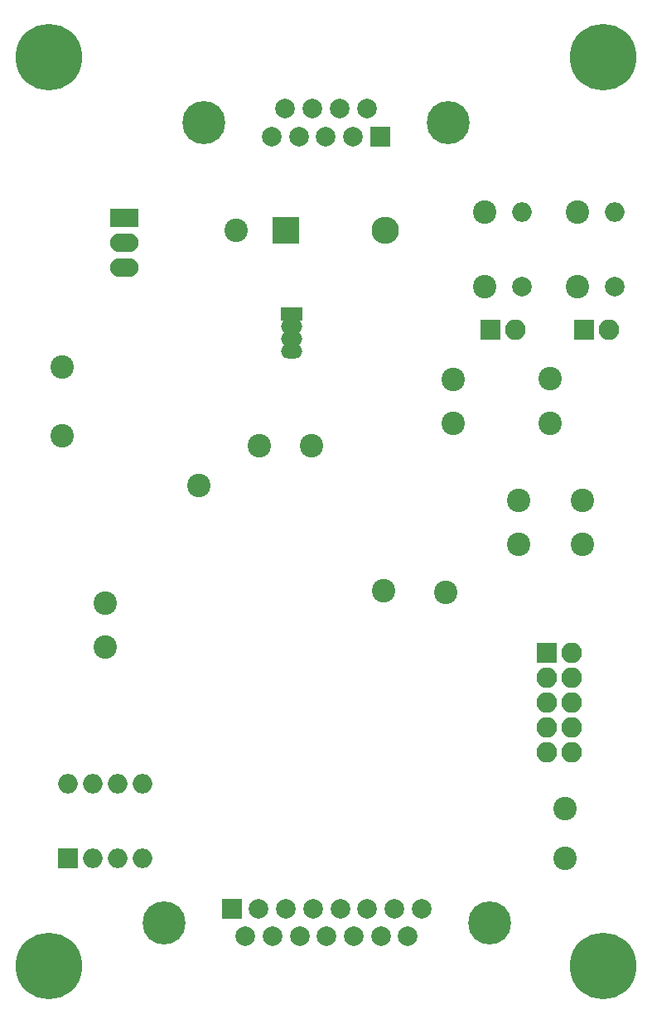
<source format=gbr>
G04 #@! TF.GenerationSoftware,KiCad,Pcbnew,(5.0.0)*
G04 #@! TF.CreationDate,2018-09-23T19:53:48-04:00*
G04 #@! TF.ProjectId,MDAS_Controller_V2,4D4441535F436F6E74726F6C6C65725F,rev?*
G04 #@! TF.SameCoordinates,Original*
G04 #@! TF.FileFunction,Soldermask,Bot*
G04 #@! TF.FilePolarity,Negative*
%FSLAX46Y46*%
G04 Gerber Fmt 4.6, Leading zero omitted, Abs format (unit mm)*
G04 Created by KiCad (PCBNEW (5.0.0)) date 09/23/18 19:53:48*
%MOMM*%
%LPD*%
G01*
G04 APERTURE LIST*
%ADD10C,2.400000*%
%ADD11O,2.800000X2.800000*%
%ADD12R,2.800000X2.800000*%
%ADD13C,4.400000*%
%ADD14C,2.000000*%
%ADD15R,2.000000X2.000000*%
%ADD16O,2.100000X2.100000*%
%ADD17R,2.100000X2.100000*%
%ADD18O,2.000000X2.000000*%
%ADD19O,2.900000X1.900000*%
%ADD20R,2.900000X1.900000*%
%ADD21R,2.200000X1.470000*%
%ADD22O,2.200000X1.470000*%
%ADD23C,6.800000*%
G04 APERTURE END LIST*
D10*
G04 #@! TO.C,SW2*
X154178000Y-93345000D03*
G04 #@! TD*
D11*
G04 #@! TO.C,D2*
X154305000Y-56515000D03*
D12*
X144145000Y-56515000D03*
G04 #@! TD*
D13*
G04 #@! TO.C,J3*
X164978200Y-127251600D03*
X131678200Y-127251600D03*
D14*
X156638200Y-128671600D03*
X153868200Y-128671600D03*
X151098200Y-128671600D03*
X148328200Y-128671600D03*
X145558200Y-128671600D03*
X142788200Y-128671600D03*
X140018200Y-128671600D03*
X158023200Y-125831600D03*
X155253200Y-125831600D03*
X152483200Y-125831600D03*
X149713200Y-125831600D03*
X146943200Y-125831600D03*
X144173200Y-125831600D03*
X141403200Y-125831600D03*
D15*
X138633200Y-125831600D03*
G04 #@! TD*
D16*
G04 #@! TO.C,JTAG*
X173355000Y-109855000D03*
X170815000Y-109855000D03*
X173355000Y-107315000D03*
X170815000Y-107315000D03*
X173355000Y-104775000D03*
X170815000Y-104775000D03*
X173355000Y-102235000D03*
X170815000Y-102235000D03*
X173355000Y-99695000D03*
D17*
X170815000Y-99695000D03*
G04 #@! TD*
D10*
G04 #@! TO.C,AI4B*
X141478000Y-78486000D03*
G04 #@! TD*
D18*
G04 #@! TO.C,R16*
X168275000Y-54610000D03*
D14*
X168275000Y-62230000D03*
G04 #@! TD*
D10*
G04 #@! TO.C,CAN0L*
X164465000Y-54610000D03*
G04 #@! TD*
G04 #@! TO.C,CAN0H*
X164465000Y-62230000D03*
G04 #@! TD*
D16*
G04 #@! TO.C,JP1*
X177165000Y-66675000D03*
D17*
X174625000Y-66675000D03*
G04 #@! TD*
D16*
G04 #@! TO.C,JP2*
X167640000Y-66675000D03*
D17*
X165100000Y-66675000D03*
G04 #@! TD*
D18*
G04 #@! TO.C,R15*
X177800000Y-54610000D03*
D14*
X177800000Y-62230000D03*
G04 #@! TD*
D10*
G04 #@! TO.C,RST*
X174456817Y-84105545D03*
X174456817Y-88605545D03*
X167956817Y-84105545D03*
X167956817Y-88605545D03*
G04 #@! TD*
D18*
G04 #@! TO.C,SW1*
X121920000Y-113030000D03*
X129540000Y-120650000D03*
X124460000Y-113030000D03*
X127000000Y-120650000D03*
X127000000Y-113030000D03*
X124460000Y-120650000D03*
X129540000Y-113030000D03*
D15*
X121920000Y-120650000D03*
G04 #@! TD*
D10*
G04 #@! TO.C,+12V*
X139065000Y-56515000D03*
G04 #@! TD*
G04 #@! TO.C,+5V*
X121285000Y-70485000D03*
G04 #@! TD*
G04 #@! TO.C,+3V3*
X135255000Y-82550000D03*
G04 #@! TD*
G04 #@! TO.C,T2*
X172720000Y-120650000D03*
G04 #@! TD*
G04 #@! TO.C,T5*
X172720000Y-115570000D03*
G04 #@! TD*
G04 #@! TO.C,GND*
X121285000Y-77470000D03*
G04 #@! TD*
G04 #@! TO.C,SW1*
X160528000Y-93472000D03*
G04 #@! TD*
G04 #@! TO.C,CAN1H*
X173990000Y-62230000D03*
G04 #@! TD*
G04 #@! TO.C,CAN1L*
X173990000Y-54610000D03*
G04 #@! TD*
G04 #@! TO.C,AI3B*
X146812000Y-78486000D03*
G04 #@! TD*
G04 #@! TO.C,AI1B*
X125730000Y-99060000D03*
G04 #@! TD*
G04 #@! TO.C,AI2B*
X125730000Y-94615000D03*
G04 #@! TD*
D19*
G04 #@! TO.C,U2*
X127635000Y-60325000D03*
X127635000Y-57785000D03*
D20*
X127635000Y-55245000D03*
G04 #@! TD*
D21*
G04 #@! TO.C,D3*
X144780000Y-65024000D03*
D22*
X144780000Y-66294000D03*
X144780000Y-67564000D03*
X144780000Y-68834000D03*
G04 #@! TD*
D23*
G04 #@! TO.C,MH1*
X119942620Y-38809940D03*
G04 #@! TD*
G04 #@! TO.C,MH2*
X176599840Y-38812480D03*
G04 #@! TD*
G04 #@! TO.C,MH3*
X119935000Y-131728200D03*
G04 #@! TD*
G04 #@! TO.C,MH4*
X176610000Y-131728200D03*
G04 #@! TD*
D15*
G04 #@! TO.C,J2*
X153801200Y-46913800D03*
D14*
X151031200Y-46913800D03*
X148261200Y-46913800D03*
X145491200Y-46913800D03*
X142721200Y-46913800D03*
X152416200Y-44073800D03*
X149646200Y-44073800D03*
X146876200Y-44073800D03*
X144106200Y-44073800D03*
D13*
X160761200Y-45493800D03*
X135761200Y-45493800D03*
G04 #@! TD*
D10*
G04 #@! TO.C,CAN0RX*
X161290000Y-76200000D03*
G04 #@! TD*
G04 #@! TO.C,CAN0TX*
X161290000Y-71755000D03*
G04 #@! TD*
G04 #@! TO.C,CAN1RX*
X171196000Y-76200000D03*
G04 #@! TD*
G04 #@! TO.C,CAN1TX*
X171196000Y-71628000D03*
G04 #@! TD*
M02*

</source>
